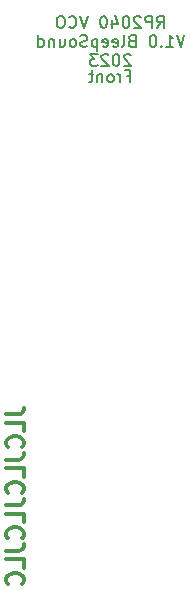
<source format=gbo>
G04 #@! TF.GenerationSoftware,KiCad,Pcbnew,6.0.10+dfsg-1~bpo11+1*
G04 #@! TF.CreationDate,2023-02-18T13:33:11+00:00*
G04 #@! TF.ProjectId,RP2040-VCO,52503230-3430-42d5-9643-4f2e6b696361,rev?*
G04 #@! TF.SameCoordinates,Original*
G04 #@! TF.FileFunction,Legend,Bot*
G04 #@! TF.FilePolarity,Positive*
%FSLAX46Y46*%
G04 Gerber Fmt 4.6, Leading zero omitted, Abs format (unit mm)*
G04 Created by KiCad (PCBNEW 6.0.10+dfsg-1~bpo11+1) date 2023-02-18 13:33:11*
%MOMM*%
%LPD*%
G01*
G04 APERTURE LIST*
%ADD10C,0.150000*%
%ADD11C,0.300000*%
%ADD12O,6.700000X4.200000*%
G04 APERTURE END LIST*
D10*
X122857142Y-37428571D02*
X123190476Y-37428571D01*
X123190476Y-37952380D02*
X123190476Y-36952380D01*
X122714285Y-36952380D01*
X122333333Y-37952380D02*
X122333333Y-37285714D01*
X122333333Y-37476190D02*
X122285714Y-37380952D01*
X122238095Y-37333333D01*
X122142857Y-37285714D01*
X122047619Y-37285714D01*
X121571428Y-37952380D02*
X121666666Y-37904761D01*
X121714285Y-37857142D01*
X121761904Y-37761904D01*
X121761904Y-37476190D01*
X121714285Y-37380952D01*
X121666666Y-37333333D01*
X121571428Y-37285714D01*
X121428571Y-37285714D01*
X121333333Y-37333333D01*
X121285714Y-37380952D01*
X121238095Y-37476190D01*
X121238095Y-37761904D01*
X121285714Y-37857142D01*
X121333333Y-37904761D01*
X121428571Y-37952380D01*
X121571428Y-37952380D01*
X120809523Y-37285714D02*
X120809523Y-37952380D01*
X120809523Y-37380952D02*
X120761904Y-37333333D01*
X120666666Y-37285714D01*
X120523809Y-37285714D01*
X120428571Y-37333333D01*
X120380952Y-37428571D01*
X120380952Y-37952380D01*
X120047619Y-37285714D02*
X119666666Y-37285714D01*
X119904761Y-36952380D02*
X119904761Y-37809523D01*
X119857142Y-37904761D01*
X119761904Y-37952380D01*
X119666666Y-37952380D01*
D11*
X112678571Y-66071428D02*
X113750000Y-66071428D01*
X113964285Y-66000000D01*
X114107142Y-65857142D01*
X114178571Y-65642857D01*
X114178571Y-65500000D01*
X114178571Y-67500000D02*
X114178571Y-66785714D01*
X112678571Y-66785714D01*
X114035714Y-68857142D02*
X114107142Y-68785714D01*
X114178571Y-68571428D01*
X114178571Y-68428571D01*
X114107142Y-68214285D01*
X113964285Y-68071428D01*
X113821428Y-68000000D01*
X113535714Y-67928571D01*
X113321428Y-67928571D01*
X113035714Y-68000000D01*
X112892857Y-68071428D01*
X112750000Y-68214285D01*
X112678571Y-68428571D01*
X112678571Y-68571428D01*
X112750000Y-68785714D01*
X112821428Y-68857142D01*
X112678571Y-69928571D02*
X113750000Y-69928571D01*
X113964285Y-69857142D01*
X114107142Y-69714285D01*
X114178571Y-69500000D01*
X114178571Y-69357142D01*
X114178571Y-71357142D02*
X114178571Y-70642857D01*
X112678571Y-70642857D01*
X114035714Y-72714285D02*
X114107142Y-72642857D01*
X114178571Y-72428571D01*
X114178571Y-72285714D01*
X114107142Y-72071428D01*
X113964285Y-71928571D01*
X113821428Y-71857142D01*
X113535714Y-71785714D01*
X113321428Y-71785714D01*
X113035714Y-71857142D01*
X112892857Y-71928571D01*
X112750000Y-72071428D01*
X112678571Y-72285714D01*
X112678571Y-72428571D01*
X112750000Y-72642857D01*
X112821428Y-72714285D01*
X112678571Y-73785714D02*
X113750000Y-73785714D01*
X113964285Y-73714285D01*
X114107142Y-73571428D01*
X114178571Y-73357142D01*
X114178571Y-73214285D01*
X114178571Y-75214285D02*
X114178571Y-74500000D01*
X112678571Y-74500000D01*
X114035714Y-76571428D02*
X114107142Y-76500000D01*
X114178571Y-76285714D01*
X114178571Y-76142857D01*
X114107142Y-75928571D01*
X113964285Y-75785714D01*
X113821428Y-75714285D01*
X113535714Y-75642857D01*
X113321428Y-75642857D01*
X113035714Y-75714285D01*
X112892857Y-75785714D01*
X112750000Y-75928571D01*
X112678571Y-76142857D01*
X112678571Y-76285714D01*
X112750000Y-76500000D01*
X112821428Y-76571428D01*
X112678571Y-77642857D02*
X113750000Y-77642857D01*
X113964285Y-77571428D01*
X114107142Y-77428571D01*
X114178571Y-77214285D01*
X114178571Y-77071428D01*
X114178571Y-79071428D02*
X114178571Y-78357142D01*
X112678571Y-78357142D01*
X114035714Y-80428571D02*
X114107142Y-80357142D01*
X114178571Y-80142857D01*
X114178571Y-80000000D01*
X114107142Y-79785714D01*
X113964285Y-79642857D01*
X113821428Y-79571428D01*
X113535714Y-79500000D01*
X113321428Y-79500000D01*
X113035714Y-79571428D01*
X112892857Y-79642857D01*
X112750000Y-79785714D01*
X112678571Y-80000000D01*
X112678571Y-80142857D01*
X112750000Y-80357142D01*
X112821428Y-80428571D01*
D10*
X125428571Y-33342380D02*
X125761904Y-32866190D01*
X126000000Y-33342380D02*
X126000000Y-32342380D01*
X125619047Y-32342380D01*
X125523809Y-32390000D01*
X125476190Y-32437619D01*
X125428571Y-32532857D01*
X125428571Y-32675714D01*
X125476190Y-32770952D01*
X125523809Y-32818571D01*
X125619047Y-32866190D01*
X126000000Y-32866190D01*
X125000000Y-33342380D02*
X125000000Y-32342380D01*
X124619047Y-32342380D01*
X124523809Y-32390000D01*
X124476190Y-32437619D01*
X124428571Y-32532857D01*
X124428571Y-32675714D01*
X124476190Y-32770952D01*
X124523809Y-32818571D01*
X124619047Y-32866190D01*
X125000000Y-32866190D01*
X124047619Y-32437619D02*
X124000000Y-32390000D01*
X123904761Y-32342380D01*
X123666666Y-32342380D01*
X123571428Y-32390000D01*
X123523809Y-32437619D01*
X123476190Y-32532857D01*
X123476190Y-32628095D01*
X123523809Y-32770952D01*
X124095238Y-33342380D01*
X123476190Y-33342380D01*
X122857142Y-32342380D02*
X122761904Y-32342380D01*
X122666666Y-32390000D01*
X122619047Y-32437619D01*
X122571428Y-32532857D01*
X122523809Y-32723333D01*
X122523809Y-32961428D01*
X122571428Y-33151904D01*
X122619047Y-33247142D01*
X122666666Y-33294761D01*
X122761904Y-33342380D01*
X122857142Y-33342380D01*
X122952380Y-33294761D01*
X123000000Y-33247142D01*
X123047619Y-33151904D01*
X123095238Y-32961428D01*
X123095238Y-32723333D01*
X123047619Y-32532857D01*
X123000000Y-32437619D01*
X122952380Y-32390000D01*
X122857142Y-32342380D01*
X121666666Y-32675714D02*
X121666666Y-33342380D01*
X121904761Y-32294761D02*
X122142857Y-33009047D01*
X121523809Y-33009047D01*
X120952380Y-32342380D02*
X120857142Y-32342380D01*
X120761904Y-32390000D01*
X120714285Y-32437619D01*
X120666666Y-32532857D01*
X120619047Y-32723333D01*
X120619047Y-32961428D01*
X120666666Y-33151904D01*
X120714285Y-33247142D01*
X120761904Y-33294761D01*
X120857142Y-33342380D01*
X120952380Y-33342380D01*
X121047619Y-33294761D01*
X121095238Y-33247142D01*
X121142857Y-33151904D01*
X121190476Y-32961428D01*
X121190476Y-32723333D01*
X121142857Y-32532857D01*
X121095238Y-32437619D01*
X121047619Y-32390000D01*
X120952380Y-32342380D01*
X119571428Y-32342380D02*
X119238095Y-33342380D01*
X118904761Y-32342380D01*
X118000000Y-33247142D02*
X118047619Y-33294761D01*
X118190476Y-33342380D01*
X118285714Y-33342380D01*
X118428571Y-33294761D01*
X118523809Y-33199523D01*
X118571428Y-33104285D01*
X118619047Y-32913809D01*
X118619047Y-32770952D01*
X118571428Y-32580476D01*
X118523809Y-32485238D01*
X118428571Y-32390000D01*
X118285714Y-32342380D01*
X118190476Y-32342380D01*
X118047619Y-32390000D01*
X118000000Y-32437619D01*
X117380952Y-32342380D02*
X117190476Y-32342380D01*
X117095238Y-32390000D01*
X117000000Y-32485238D01*
X116952380Y-32675714D01*
X116952380Y-33009047D01*
X117000000Y-33199523D01*
X117095238Y-33294761D01*
X117190476Y-33342380D01*
X117380952Y-33342380D01*
X117476190Y-33294761D01*
X117571428Y-33199523D01*
X117619047Y-33009047D01*
X117619047Y-32675714D01*
X117571428Y-32485238D01*
X117476190Y-32390000D01*
X117380952Y-32342380D01*
X127761904Y-33952380D02*
X127428571Y-34952380D01*
X127095238Y-33952380D01*
X126238095Y-34952380D02*
X126809523Y-34952380D01*
X126523809Y-34952380D02*
X126523809Y-33952380D01*
X126619047Y-34095238D01*
X126714285Y-34190476D01*
X126809523Y-34238095D01*
X125809523Y-34857142D02*
X125761904Y-34904761D01*
X125809523Y-34952380D01*
X125857142Y-34904761D01*
X125809523Y-34857142D01*
X125809523Y-34952380D01*
X125142857Y-33952380D02*
X125047619Y-33952380D01*
X124952380Y-34000000D01*
X124904761Y-34047619D01*
X124857142Y-34142857D01*
X124809523Y-34333333D01*
X124809523Y-34571428D01*
X124857142Y-34761904D01*
X124904761Y-34857142D01*
X124952380Y-34904761D01*
X125047619Y-34952380D01*
X125142857Y-34952380D01*
X125238095Y-34904761D01*
X125285714Y-34857142D01*
X125333333Y-34761904D01*
X125380952Y-34571428D01*
X125380952Y-34333333D01*
X125333333Y-34142857D01*
X125285714Y-34047619D01*
X125238095Y-34000000D01*
X125142857Y-33952380D01*
X123285714Y-34428571D02*
X123142857Y-34476190D01*
X123095238Y-34523809D01*
X123047619Y-34619047D01*
X123047619Y-34761904D01*
X123095238Y-34857142D01*
X123142857Y-34904761D01*
X123238095Y-34952380D01*
X123619047Y-34952380D01*
X123619047Y-33952380D01*
X123285714Y-33952380D01*
X123190476Y-34000000D01*
X123142857Y-34047619D01*
X123095238Y-34142857D01*
X123095238Y-34238095D01*
X123142857Y-34333333D01*
X123190476Y-34380952D01*
X123285714Y-34428571D01*
X123619047Y-34428571D01*
X122476190Y-34952380D02*
X122571428Y-34904761D01*
X122619047Y-34809523D01*
X122619047Y-33952380D01*
X121714285Y-34904761D02*
X121809523Y-34952380D01*
X122000000Y-34952380D01*
X122095238Y-34904761D01*
X122142857Y-34809523D01*
X122142857Y-34428571D01*
X122095238Y-34333333D01*
X122000000Y-34285714D01*
X121809523Y-34285714D01*
X121714285Y-34333333D01*
X121666666Y-34428571D01*
X121666666Y-34523809D01*
X122142857Y-34619047D01*
X120857142Y-34904761D02*
X120952380Y-34952380D01*
X121142857Y-34952380D01*
X121238095Y-34904761D01*
X121285714Y-34809523D01*
X121285714Y-34428571D01*
X121238095Y-34333333D01*
X121142857Y-34285714D01*
X120952380Y-34285714D01*
X120857142Y-34333333D01*
X120809523Y-34428571D01*
X120809523Y-34523809D01*
X121285714Y-34619047D01*
X120380952Y-34285714D02*
X120380952Y-35285714D01*
X120380952Y-34333333D02*
X120285714Y-34285714D01*
X120095238Y-34285714D01*
X120000000Y-34333333D01*
X119952380Y-34380952D01*
X119904761Y-34476190D01*
X119904761Y-34761904D01*
X119952380Y-34857142D01*
X120000000Y-34904761D01*
X120095238Y-34952380D01*
X120285714Y-34952380D01*
X120380952Y-34904761D01*
X119523809Y-34904761D02*
X119380952Y-34952380D01*
X119142857Y-34952380D01*
X119047619Y-34904761D01*
X119000000Y-34857142D01*
X118952380Y-34761904D01*
X118952380Y-34666666D01*
X119000000Y-34571428D01*
X119047619Y-34523809D01*
X119142857Y-34476190D01*
X119333333Y-34428571D01*
X119428571Y-34380952D01*
X119476190Y-34333333D01*
X119523809Y-34238095D01*
X119523809Y-34142857D01*
X119476190Y-34047619D01*
X119428571Y-34000000D01*
X119333333Y-33952380D01*
X119095238Y-33952380D01*
X118952380Y-34000000D01*
X118380952Y-34952380D02*
X118476190Y-34904761D01*
X118523809Y-34857142D01*
X118571428Y-34761904D01*
X118571428Y-34476190D01*
X118523809Y-34380952D01*
X118476190Y-34333333D01*
X118380952Y-34285714D01*
X118238095Y-34285714D01*
X118142857Y-34333333D01*
X118095238Y-34380952D01*
X118047619Y-34476190D01*
X118047619Y-34761904D01*
X118095238Y-34857142D01*
X118142857Y-34904761D01*
X118238095Y-34952380D01*
X118380952Y-34952380D01*
X117190476Y-34285714D02*
X117190476Y-34952380D01*
X117619047Y-34285714D02*
X117619047Y-34809523D01*
X117571428Y-34904761D01*
X117476190Y-34952380D01*
X117333333Y-34952380D01*
X117238095Y-34904761D01*
X117190476Y-34857142D01*
X116714285Y-34285714D02*
X116714285Y-34952380D01*
X116714285Y-34380952D02*
X116666666Y-34333333D01*
X116571428Y-34285714D01*
X116428571Y-34285714D01*
X116333333Y-34333333D01*
X116285714Y-34428571D01*
X116285714Y-34952380D01*
X115380952Y-34952380D02*
X115380952Y-33952380D01*
X115380952Y-34904761D02*
X115476190Y-34952380D01*
X115666666Y-34952380D01*
X115761904Y-34904761D01*
X115809523Y-34857142D01*
X115857142Y-34761904D01*
X115857142Y-34476190D01*
X115809523Y-34380952D01*
X115761904Y-34333333D01*
X115666666Y-34285714D01*
X115476190Y-34285714D01*
X115380952Y-34333333D01*
X123214285Y-35657619D02*
X123166666Y-35610000D01*
X123071428Y-35562380D01*
X122833333Y-35562380D01*
X122738095Y-35610000D01*
X122690476Y-35657619D01*
X122642857Y-35752857D01*
X122642857Y-35848095D01*
X122690476Y-35990952D01*
X123261904Y-36562380D01*
X122642857Y-36562380D01*
X122023809Y-35562380D02*
X121928571Y-35562380D01*
X121833333Y-35610000D01*
X121785714Y-35657619D01*
X121738095Y-35752857D01*
X121690476Y-35943333D01*
X121690476Y-36181428D01*
X121738095Y-36371904D01*
X121785714Y-36467142D01*
X121833333Y-36514761D01*
X121928571Y-36562380D01*
X122023809Y-36562380D01*
X122119047Y-36514761D01*
X122166666Y-36467142D01*
X122214285Y-36371904D01*
X122261904Y-36181428D01*
X122261904Y-35943333D01*
X122214285Y-35752857D01*
X122166666Y-35657619D01*
X122119047Y-35610000D01*
X122023809Y-35562380D01*
X121309523Y-35657619D02*
X121261904Y-35610000D01*
X121166666Y-35562380D01*
X120928571Y-35562380D01*
X120833333Y-35610000D01*
X120785714Y-35657619D01*
X120738095Y-35752857D01*
X120738095Y-35848095D01*
X120785714Y-35990952D01*
X121357142Y-36562380D01*
X120738095Y-36562380D01*
X120404761Y-35562380D02*
X119785714Y-35562380D01*
X120119047Y-35943333D01*
X119976190Y-35943333D01*
X119880952Y-35990952D01*
X119833333Y-36038571D01*
X119785714Y-36133809D01*
X119785714Y-36371904D01*
X119833333Y-36467142D01*
X119880952Y-36514761D01*
X119976190Y-36562380D01*
X120261904Y-36562380D01*
X120357142Y-36514761D01*
X120404761Y-36467142D01*
%LPC*%
D12*
X116500000Y-30000000D03*
X126500000Y-152500000D03*
M02*

</source>
